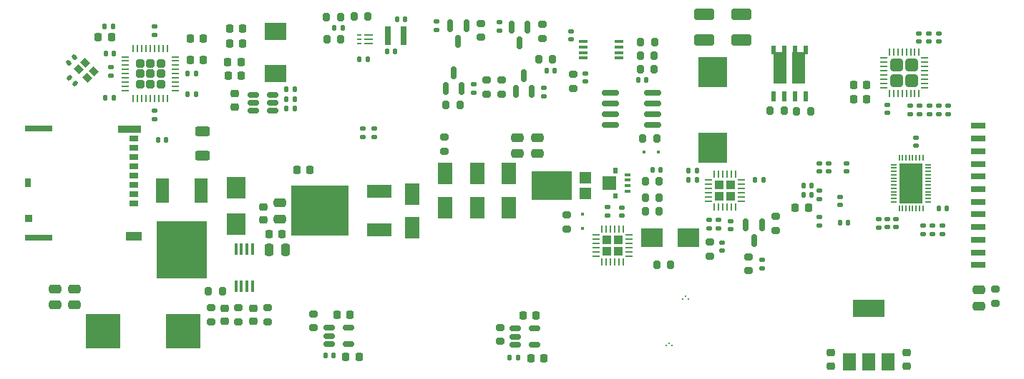
<source format=gbr>
G04 #@! TF.GenerationSoftware,KiCad,Pcbnew,(6.0.7)*
G04 #@! TF.CreationDate,2022-10-31T13:42:49+03:00*
G04 #@! TF.ProjectId,USB_HUB_ADAPTER,5553425f-4855-4425-9f41-444150544552,rev?*
G04 #@! TF.SameCoordinates,Original*
G04 #@! TF.FileFunction,Paste,Bot*
G04 #@! TF.FilePolarity,Positive*
%FSLAX46Y46*%
G04 Gerber Fmt 4.6, Leading zero omitted, Abs format (unit mm)*
G04 Created by KiCad (PCBNEW (6.0.7)) date 2022-10-31 13:42:49*
%MOMM*%
%LPD*%
G01*
G04 APERTURE LIST*
G04 Aperture macros list*
%AMRoundRect*
0 Rectangle with rounded corners*
0 $1 Rounding radius*
0 $2 $3 $4 $5 $6 $7 $8 $9 X,Y pos of 4 corners*
0 Add a 4 corners polygon primitive as box body*
4,1,4,$2,$3,$4,$5,$6,$7,$8,$9,$2,$3,0*
0 Add four circle primitives for the rounded corners*
1,1,$1+$1,$2,$3*
1,1,$1+$1,$4,$5*
1,1,$1+$1,$6,$7*
1,1,$1+$1,$8,$9*
0 Add four rect primitives between the rounded corners*
20,1,$1+$1,$2,$3,$4,$5,0*
20,1,$1+$1,$4,$5,$6,$7,0*
20,1,$1+$1,$6,$7,$8,$9,0*
20,1,$1+$1,$8,$9,$2,$3,0*%
%AMRotRect*
0 Rectangle, with rotation*
0 The origin of the aperture is its center*
0 $1 length*
0 $2 width*
0 $3 Rotation angle, in degrees counterclockwise*
0 Add horizontal line*
21,1,$1,$2,0,0,$3*%
G04 Aperture macros list end*
%ADD10C,0.010000*%
%ADD11RoundRect,0.140000X-0.170000X0.140000X-0.170000X-0.140000X0.170000X-0.140000X0.170000X0.140000X0*%
%ADD12RoundRect,0.225000X0.250000X-0.225000X0.250000X0.225000X-0.250000X0.225000X-0.250000X-0.225000X0*%
%ADD13RoundRect,0.250000X0.625000X-0.312500X0.625000X0.312500X-0.625000X0.312500X-0.625000X-0.312500X0*%
%ADD14RoundRect,0.200000X-0.200000X-0.275000X0.200000X-0.275000X0.200000X0.275000X-0.200000X0.275000X0*%
%ADD15RoundRect,0.200000X-0.275000X0.200000X-0.275000X-0.200000X0.275000X-0.200000X0.275000X0.200000X0*%
%ADD16RoundRect,0.140000X0.140000X0.170000X-0.140000X0.170000X-0.140000X-0.170000X0.140000X-0.170000X0*%
%ADD17RoundRect,0.225000X-0.225000X-0.250000X0.225000X-0.250000X0.225000X0.250000X-0.225000X0.250000X0*%
%ADD18R,1.100000X0.700000*%
%ADD19R,0.780000X1.050000*%
%ADD20R,3.330000X0.700000*%
%ADD21R,2.800000X0.860000*%
%ADD22R,1.830000X1.140000*%
%ADD23R,0.930000X0.900000*%
%ADD24RoundRect,0.200000X0.275000X-0.200000X0.275000X0.200000X-0.275000X0.200000X-0.275000X-0.200000X0*%
%ADD25RoundRect,0.062500X-0.062500X-0.350000X0.062500X-0.350000X0.062500X0.350000X-0.062500X0.350000X0*%
%ADD26RoundRect,0.062500X-0.350000X-0.062500X0.350000X-0.062500X0.350000X0.062500X-0.350000X0.062500X0*%
%ADD27RoundRect,0.250000X-0.295000X-0.295000X0.295000X-0.295000X0.295000X0.295000X-0.295000X0.295000X0*%
%ADD28RoundRect,0.140000X0.170000X-0.140000X0.170000X0.140000X-0.170000X0.140000X-0.170000X-0.140000X0*%
%ADD29RoundRect,0.135000X0.185000X-0.135000X0.185000X0.135000X-0.185000X0.135000X-0.185000X-0.135000X0*%
%ADD30R,4.860000X3.360000*%
%ADD31R,1.400000X1.390000*%
%ADD32RoundRect,0.225000X0.225000X0.250000X-0.225000X0.250000X-0.225000X-0.250000X0.225000X-0.250000X0*%
%ADD33RoundRect,0.150000X0.150000X-0.587500X0.150000X0.587500X-0.150000X0.587500X-0.150000X-0.587500X0*%
%ADD34R,1.800000X2.500000*%
%ADD35R,1.800000X0.800000*%
%ADD36RoundRect,0.250000X-0.475000X0.250000X-0.475000X-0.250000X0.475000X-0.250000X0.475000X0.250000X0*%
%ADD37R,1.600000X3.000000*%
%ADD38R,6.000000X6.900000*%
%ADD39R,2.300000X2.500000*%
%ADD40RoundRect,0.250000X0.475000X-0.250000X0.475000X0.250000X-0.475000X0.250000X-0.475000X-0.250000X0*%
%ADD41RoundRect,0.140000X-0.140000X-0.170000X0.140000X-0.170000X0.140000X0.170000X-0.140000X0.170000X0*%
%ADD42R,0.750000X0.400000*%
%ADD43R,0.600000X0.250000*%
%ADD44R,1.000000X0.200000*%
%ADD45RoundRect,0.150000X-0.512500X-0.150000X0.512500X-0.150000X0.512500X0.150000X-0.512500X0.150000X0*%
%ADD46R,2.500000X2.300000*%
%ADD47RoundRect,0.135000X-0.135000X-0.185000X0.135000X-0.185000X0.135000X0.185000X-0.135000X0.185000X0*%
%ADD48RoundRect,0.200000X0.200000X0.275000X-0.200000X0.275000X-0.200000X-0.275000X0.200000X-0.275000X0*%
%ADD49RoundRect,0.250000X0.295000X0.295000X-0.295000X0.295000X-0.295000X-0.295000X0.295000X-0.295000X0*%
%ADD50RoundRect,0.062500X0.350000X0.062500X-0.350000X0.062500X-0.350000X-0.062500X0.350000X-0.062500X0*%
%ADD51RoundRect,0.062500X0.062500X0.350000X-0.062500X0.350000X-0.062500X-0.350000X0.062500X-0.350000X0*%
%ADD52R,0.200000X0.200000*%
%ADD53RoundRect,0.150000X-0.825000X-0.150000X0.825000X-0.150000X0.825000X0.150000X-0.825000X0.150000X0*%
%ADD54R,0.350000X0.400000*%
%ADD55R,0.800000X2.200000*%
%ADD56RoundRect,0.135000X0.135000X0.185000X-0.135000X0.185000X-0.135000X-0.185000X0.135000X-0.185000X0*%
%ADD57RoundRect,0.140000X0.219203X0.021213X0.021213X0.219203X-0.219203X-0.021213X-0.021213X-0.219203X0*%
%ADD58RoundRect,0.135000X-0.185000X0.135000X-0.185000X-0.135000X0.185000X-0.135000X0.185000X0.135000X0*%
%ADD59R,2.500000X2.000000*%
%ADD60RoundRect,0.150000X-0.150000X0.587500X-0.150000X-0.587500X0.150000X-0.587500X0.150000X0.587500X0*%
%ADD61RoundRect,0.218750X0.218750X0.256250X-0.218750X0.256250X-0.218750X-0.256250X0.218750X-0.256250X0*%
%ADD62RoundRect,0.062500X-0.350000X0.062500X-0.350000X-0.062500X0.350000X-0.062500X0.350000X0.062500X0*%
%ADD63RoundRect,0.062500X-0.062500X0.350000X-0.062500X-0.350000X0.062500X-0.350000X0.062500X0.350000X0*%
%ADD64RoundRect,0.247500X-0.247500X0.247500X-0.247500X-0.247500X0.247500X-0.247500X0.247500X0.247500X0*%
%ADD65RoundRect,0.225000X-0.250000X0.225000X-0.250000X-0.225000X0.250000X-0.225000X0.250000X0.225000X0*%
%ADD66R,0.400000X0.350000*%
%ADD67R,0.450000X1.450000*%
%ADD68R,1.500000X2.000000*%
%ADD69R,3.800000X2.000000*%
%ADD70R,4.100000X4.100000*%
%ADD71RotRect,0.900000X0.800000X315.000000*%
%ADD72RoundRect,0.250000X-0.250000X-0.475000X0.250000X-0.475000X0.250000X0.475000X-0.250000X0.475000X0*%
%ADD73R,3.500000X3.550000*%
%ADD74RoundRect,0.250000X0.925000X-0.412500X0.925000X0.412500X-0.925000X0.412500X-0.925000X-0.412500X0*%
%ADD75R,0.200000X0.800000*%
%ADD76R,0.800000X0.200000*%
%ADD77R,2.800000X4.800000*%
%ADD78RoundRect,0.250000X0.475000X-0.475000X0.475000X0.475000X-0.475000X0.475000X-0.475000X-0.475000X0*%
%ADD79RoundRect,0.062500X0.062500X-0.375000X0.062500X0.375000X-0.062500X0.375000X-0.062500X-0.375000X0*%
%ADD80RoundRect,0.062500X0.375000X-0.062500X0.375000X0.062500X-0.375000X0.062500X-0.375000X-0.062500X0*%
%ADD81R,1.100000X0.400000*%
%ADD82R,0.610000X1.270000*%
%ADD83R,0.610000X1.020000*%
%ADD84R,1.650000X3.810000*%
%ADD85RoundRect,0.140000X-0.021213X0.219203X-0.219203X0.021213X0.021213X-0.219203X0.219203X-0.021213X0*%
%ADD86R,3.000000X1.600000*%
%ADD87R,6.900000X6.000000*%
G04 APERTURE END LIST*
G36*
X166922500Y-96025000D02*
G01*
X165402500Y-96025000D01*
X165402500Y-94475000D01*
X166922500Y-94475000D01*
X166922500Y-96025000D01*
G37*
D10*
X166922500Y-96025000D02*
X165402500Y-96025000D01*
X165402500Y-94475000D01*
X166922500Y-94475000D01*
X166922500Y-96025000D01*
G36*
X167062500Y-97005000D02*
G01*
X166662500Y-97005000D01*
X166662500Y-96480000D01*
X167062500Y-96480000D01*
X167062500Y-97005000D01*
G37*
X167062500Y-97005000D02*
X166662500Y-97005000D01*
X166662500Y-96480000D01*
X167062500Y-96480000D01*
X167062500Y-97005000D01*
G36*
X167062500Y-94020000D02*
G01*
X166662500Y-94020000D01*
X166662500Y-93495000D01*
X167062500Y-93495000D01*
X167062500Y-94020000D01*
G37*
X167062500Y-94020000D02*
X166662500Y-94020000D01*
X166662500Y-93495000D01*
X167062500Y-93495000D01*
X167062500Y-94020000D01*
D11*
X199100000Y-86020000D03*
X199100000Y-86980000D03*
D12*
X192450000Y-116975000D03*
X192450000Y-115425000D03*
D13*
X118050000Y-92037500D03*
X118050000Y-89112500D03*
D14*
X132735000Y-75595000D03*
X134385000Y-75595000D03*
D11*
X184260000Y-104410000D03*
X184260000Y-105370000D03*
D15*
X125775000Y-110075000D03*
X125775000Y-111725000D03*
D11*
X180550000Y-100730000D03*
X180550000Y-99770000D03*
X112400000Y-87680000D03*
X112400000Y-86720000D03*
D16*
X106620000Y-79925000D03*
X107580000Y-79925000D03*
D17*
X125925000Y-101300000D03*
X127475000Y-101300000D03*
D18*
X109925000Y-97680000D03*
X109925000Y-96580000D03*
X109925000Y-95480000D03*
X109925000Y-94380000D03*
X109925000Y-93280000D03*
X109925000Y-92180000D03*
X109925000Y-91080000D03*
X109925000Y-89980000D03*
D19*
X97385000Y-95205000D03*
D20*
X98660000Y-101780000D03*
X98660000Y-88820000D03*
D21*
X109425000Y-88900000D03*
D22*
X109910000Y-101560000D03*
D23*
X97460000Y-99470000D03*
D24*
X161900000Y-84050000D03*
X161900000Y-82400000D03*
D16*
X133600000Y-115770000D03*
X132640000Y-115770000D03*
D25*
X178610000Y-98152500D03*
X179110000Y-98152500D03*
X179610000Y-98152500D03*
X180110000Y-98152500D03*
X180610000Y-98152500D03*
X181110000Y-98152500D03*
D26*
X181822500Y-97440000D03*
X181822500Y-96940000D03*
X181822500Y-96440000D03*
X181822500Y-95940000D03*
X181822500Y-95440000D03*
X181822500Y-94940000D03*
D25*
X181110000Y-94227500D03*
X180610000Y-94227500D03*
X180110000Y-94227500D03*
X179610000Y-94227500D03*
X179110000Y-94227500D03*
X178610000Y-94227500D03*
D26*
X177897500Y-94940000D03*
X177897500Y-95440000D03*
X177897500Y-95940000D03*
X177897500Y-96440000D03*
X177897500Y-96940000D03*
X177897500Y-97440000D03*
D27*
X179185000Y-96865000D03*
X180535000Y-96865000D03*
X180535000Y-95515000D03*
X179185000Y-95515000D03*
D28*
X112400000Y-76720000D03*
X112400000Y-77680000D03*
D29*
X201800000Y-87110000D03*
X201800000Y-86090000D03*
D24*
X146700000Y-91500000D03*
X146700000Y-89850000D03*
D14*
X135985000Y-75545000D03*
X137635000Y-75545000D03*
D11*
X193530000Y-96900000D03*
X193530000Y-97860000D03*
D15*
X158275000Y-76450000D03*
X158275000Y-78100000D03*
D30*
X159355000Y-95550000D03*
D31*
X163337000Y-96470000D03*
X163337000Y-94630000D03*
D24*
X153450000Y-84725000D03*
X153450000Y-83075000D03*
D32*
X122675000Y-82550000D03*
X121125000Y-82550000D03*
D11*
X167675000Y-98215000D03*
X167675000Y-99175000D03*
D33*
X157050000Y-84387500D03*
X155150000Y-84387500D03*
X156100000Y-82512500D03*
D34*
X146750000Y-94175000D03*
X146750000Y-98175000D03*
D17*
X156925000Y-116100000D03*
X158475000Y-116100000D03*
D35*
X209822875Y-103500000D03*
D32*
X122625000Y-80950000D03*
X121075000Y-80950000D03*
D36*
X209925000Y-107950000D03*
X209925000Y-109850000D03*
D37*
X113290000Y-96170000D03*
D38*
X115575000Y-103200000D03*
D37*
X117860000Y-96170000D03*
D39*
X122025000Y-100125000D03*
X122025000Y-95825000D03*
D40*
X155325000Y-91775000D03*
X155325000Y-89875000D03*
D41*
X139880000Y-79695000D03*
X140840000Y-79695000D03*
D42*
X168387500Y-94275000D03*
X168387500Y-94925000D03*
X168387500Y-95575000D03*
X168387500Y-96225000D03*
D40*
X102925000Y-109750000D03*
X102925000Y-107850000D03*
D41*
X205170000Y-98250000D03*
X206130000Y-98250000D03*
D14*
X169900000Y-78525000D03*
X171550000Y-78525000D03*
D28*
X202900000Y-87080000D03*
X202900000Y-86120000D03*
D16*
X159755000Y-81925000D03*
X158795000Y-81925000D03*
D29*
X150200000Y-84610000D03*
X150200000Y-83590000D03*
D43*
X136610000Y-78745000D03*
X136610000Y-78245000D03*
X136610000Y-77745000D03*
D44*
X137710000Y-77745000D03*
X137710000Y-78245000D03*
X137710000Y-78745000D03*
D45*
X124062500Y-86700000D03*
X124062500Y-85750000D03*
X124062500Y-84800000D03*
X126337500Y-84800000D03*
X126337500Y-85750000D03*
X126337500Y-86700000D03*
D34*
X154300000Y-94175000D03*
X154300000Y-98175000D03*
D46*
X175550000Y-101800000D03*
X171250000Y-101800000D03*
D47*
X127990000Y-86450000D03*
X129010000Y-86450000D03*
D48*
X171500000Y-81775000D03*
X169850000Y-81775000D03*
D47*
X183400000Y-94940000D03*
X184420000Y-94940000D03*
D49*
X167275000Y-103350000D03*
X165925000Y-102000000D03*
X165925000Y-103350000D03*
X167275000Y-102000000D03*
D50*
X168562500Y-101425000D03*
X168562500Y-101925000D03*
X168562500Y-102425000D03*
X168562500Y-102925000D03*
X168562500Y-103425000D03*
X168562500Y-103925000D03*
D51*
X167850000Y-104637500D03*
X167350000Y-104637500D03*
X166850000Y-104637500D03*
X166350000Y-104637500D03*
X165850000Y-104637500D03*
X165350000Y-104637500D03*
D50*
X164637500Y-103925000D03*
X164637500Y-103425000D03*
X164637500Y-102925000D03*
X164637500Y-102425000D03*
X164637500Y-101925000D03*
X164637500Y-101425000D03*
D51*
X165350000Y-100712500D03*
X165850000Y-100712500D03*
X166350000Y-100712500D03*
X166850000Y-100712500D03*
X167350000Y-100712500D03*
X167850000Y-100712500D03*
D41*
X112780000Y-90175000D03*
X113740000Y-90175000D03*
D28*
X192180000Y-93900000D03*
X192180000Y-92940000D03*
D52*
X173275000Y-114275000D03*
X173615000Y-114575000D03*
X172935000Y-114575000D03*
D53*
X166350000Y-88380000D03*
X166350000Y-87110000D03*
X166350000Y-85840000D03*
X166350000Y-84570000D03*
X171300000Y-84570000D03*
X171300000Y-85840000D03*
X171300000Y-87110000D03*
X171300000Y-88380000D03*
D14*
X188350000Y-86750000D03*
X190000000Y-86750000D03*
D54*
X163000000Y-100625000D03*
X163000000Y-98925000D03*
D55*
X140000000Y-77800000D03*
X141900000Y-77800000D03*
D14*
X170475000Y-98600000D03*
X172125000Y-98600000D03*
D56*
X116290000Y-84750000D03*
X117310000Y-84750000D03*
D15*
X119100000Y-110075000D03*
X119100000Y-111725000D03*
D33*
X148750000Y-84050000D03*
X146850000Y-84050000D03*
X147800000Y-82175000D03*
D57*
X102360589Y-82760589D03*
X103039411Y-83439411D03*
D28*
X202500000Y-90830000D03*
X202500000Y-89870000D03*
X202800000Y-78480000D03*
X202800000Y-77520000D03*
D45*
X133062500Y-114350000D03*
X133062500Y-113400000D03*
X133062500Y-112450000D03*
X135337500Y-112450000D03*
X135337500Y-114350000D03*
D47*
X127990000Y-84150000D03*
X129010000Y-84150000D03*
D29*
X204400000Y-101310000D03*
X204400000Y-100290000D03*
D15*
X151700000Y-83075000D03*
X151700000Y-84725000D03*
D32*
X122825000Y-76950000D03*
X121275000Y-76950000D03*
D11*
X179110000Y-100620000D03*
X179110000Y-99660000D03*
D14*
X132785000Y-78245000D03*
X134435000Y-78245000D03*
D17*
X118175000Y-80700000D03*
X116625000Y-80700000D03*
D56*
X175590000Y-93800000D03*
X176610000Y-93800000D03*
D58*
X145775000Y-76065000D03*
X145775000Y-77085000D03*
D28*
X205200000Y-78480000D03*
X205200000Y-77520000D03*
D11*
X179500000Y-102320000D03*
X179500000Y-103280000D03*
D29*
X205625000Y-101310000D03*
X205625000Y-100290000D03*
D12*
X120700000Y-111675000D03*
X120700000Y-110125000D03*
D17*
X118175000Y-78100000D03*
X116625000Y-78100000D03*
D35*
X209822875Y-102000000D03*
D24*
X122300000Y-111725000D03*
X122300000Y-110075000D03*
D35*
X209822875Y-97500000D03*
D40*
X157700000Y-91775000D03*
X157700000Y-89875000D03*
D59*
X126700000Y-82250000D03*
X126700000Y-77250000D03*
D32*
X122850000Y-78700000D03*
X121300000Y-78700000D03*
D58*
X107200000Y-82510000D03*
X107200000Y-81490000D03*
D52*
X175200000Y-108725000D03*
X175540000Y-109025000D03*
X174860000Y-109025000D03*
D35*
X209822875Y-99000000D03*
D17*
X195125000Y-83600000D03*
X196675000Y-83600000D03*
D60*
X154625000Y-76787500D03*
X156525000Y-76787500D03*
X155575000Y-78662500D03*
D61*
X189787500Y-98200000D03*
X188212500Y-98200000D03*
D16*
X170605000Y-83075000D03*
X169645000Y-83075000D03*
D17*
X195125000Y-85300000D03*
X196675000Y-85300000D03*
D24*
X185880000Y-100880000D03*
X185880000Y-99230000D03*
D11*
X200150000Y-99545000D03*
X200150000Y-100505000D03*
D28*
X163375000Y-83255000D03*
X163375000Y-82295000D03*
D15*
X151025000Y-76350000D03*
X151025000Y-78000000D03*
D60*
X182360000Y-100240000D03*
X184260000Y-100240000D03*
X183310000Y-102115000D03*
D32*
X105735000Y-78000000D03*
X107285000Y-78000000D03*
D48*
X171800000Y-90025000D03*
X170150000Y-90025000D03*
D32*
X130775000Y-93700000D03*
X129225000Y-93700000D03*
D62*
X108962500Y-80300000D03*
X108962500Y-80800000D03*
X108962500Y-81300000D03*
X108962500Y-81800000D03*
X108962500Y-82300000D03*
X108962500Y-82800000D03*
X108962500Y-83300000D03*
X108962500Y-83800000D03*
X108962500Y-84300000D03*
D63*
X109900000Y-85237500D03*
X110400000Y-85237500D03*
X110900000Y-85237500D03*
X111400000Y-85237500D03*
X111900000Y-85237500D03*
X112400000Y-85237500D03*
X112900000Y-85237500D03*
X113400000Y-85237500D03*
X113900000Y-85237500D03*
D62*
X114837500Y-84300000D03*
X114837500Y-83800000D03*
X114837500Y-83300000D03*
X114837500Y-82800000D03*
X114837500Y-82300000D03*
X114837500Y-81800000D03*
X114837500Y-81300000D03*
X114837500Y-80800000D03*
X114837500Y-80300000D03*
D63*
X113900000Y-79362500D03*
X113400000Y-79362500D03*
X112900000Y-79362500D03*
X112400000Y-79362500D03*
X111900000Y-79362500D03*
X111400000Y-79362500D03*
X110900000Y-79362500D03*
X110400000Y-79362500D03*
X109900000Y-79362500D03*
D64*
X111900000Y-82300000D03*
X113130000Y-83530000D03*
X111900000Y-81070000D03*
X110670000Y-83530000D03*
X110670000Y-81070000D03*
X110670000Y-82300000D03*
X113130000Y-82300000D03*
X113130000Y-81070000D03*
X111900000Y-83530000D03*
D28*
X161650000Y-78255000D03*
X161650000Y-77295000D03*
D32*
X157525000Y-110950000D03*
X155975000Y-110950000D03*
D65*
X121900000Y-84675000D03*
X121900000Y-86225000D03*
D16*
X194450000Y-100020000D03*
X193490000Y-100020000D03*
D56*
X129010000Y-85300000D03*
X127990000Y-85300000D03*
D40*
X100625000Y-109750000D03*
X100625000Y-107850000D03*
D17*
X135045000Y-115920000D03*
X136595000Y-115920000D03*
D34*
X150600000Y-94175000D03*
X150600000Y-98175000D03*
D66*
X170300000Y-91600000D03*
X172000000Y-91600000D03*
D14*
X146875000Y-86000000D03*
X148525000Y-86000000D03*
D67*
X123975000Y-107500000D03*
X123325000Y-107500000D03*
X122675000Y-107500000D03*
X122025000Y-107500000D03*
X122025000Y-103100000D03*
X122675000Y-103100000D03*
X123325000Y-103100000D03*
X123975000Y-103100000D03*
D68*
X199200000Y-116450000D03*
X196900000Y-116450000D03*
D69*
X196900000Y-110150000D03*
D68*
X194600000Y-116450000D03*
D35*
X209822875Y-105000000D03*
D28*
X137000000Y-89780000D03*
X137000000Y-88820000D03*
D11*
X166025000Y-98145000D03*
X166025000Y-99105000D03*
D16*
X190140000Y-96700000D03*
X189180000Y-96700000D03*
D45*
X155062500Y-114450000D03*
X155062500Y-113500000D03*
X155062500Y-112550000D03*
X157337500Y-112550000D03*
X157337500Y-114450000D03*
D15*
X161200000Y-99050000D03*
X161200000Y-100700000D03*
D12*
X125300000Y-99675000D03*
X125300000Y-98125000D03*
D70*
X115787500Y-112887500D03*
X106287500Y-112887500D03*
D48*
X159500000Y-80625000D03*
X157850000Y-80625000D03*
D11*
X191080000Y-99340000D03*
X191080000Y-100300000D03*
D71*
X103416117Y-81793934D03*
X104406066Y-82783883D03*
X105183883Y-82006066D03*
X104193934Y-81016117D03*
D29*
X205200000Y-87110000D03*
X205200000Y-86090000D03*
D40*
X127200000Y-99550000D03*
X127200000Y-97650000D03*
D24*
X131200000Y-112425000D03*
X131200000Y-110775000D03*
D16*
X172280000Y-93700000D03*
X171320000Y-93700000D03*
D28*
X204100000Y-87080000D03*
X204100000Y-86120000D03*
D35*
X209822875Y-96000000D03*
X209822875Y-91500000D03*
D28*
X191080000Y-93880000D03*
X191080000Y-92920000D03*
D65*
X124100000Y-110125000D03*
X124100000Y-111675000D03*
D72*
X125950000Y-103200000D03*
X127850000Y-103200000D03*
D56*
X175590000Y-94900000D03*
X176610000Y-94900000D03*
D73*
X178475000Y-91075000D03*
X178475000Y-82125000D03*
D29*
X158450000Y-84960000D03*
X158450000Y-83940000D03*
D34*
X142900000Y-100600000D03*
X142900000Y-96600000D03*
D74*
X181800000Y-78337500D03*
X181800000Y-75262500D03*
D41*
X136630000Y-80595000D03*
X137590000Y-80595000D03*
D48*
X171500000Y-80175000D03*
X169850000Y-80175000D03*
D15*
X211900000Y-107875000D03*
X211900000Y-109525000D03*
D75*
X200500000Y-92300000D03*
X200900000Y-92300000D03*
X201300000Y-92300000D03*
X201700000Y-92300000D03*
X202100000Y-92300000D03*
X202500000Y-92300000D03*
X202900000Y-92300000D03*
X203300000Y-92300000D03*
D76*
X203900000Y-93100000D03*
X203900000Y-93500000D03*
X203900000Y-93900000D03*
X203900000Y-94300000D03*
X203900000Y-94700000D03*
X203900000Y-95100000D03*
X203900000Y-95500000D03*
X203900000Y-95900000D03*
X203900000Y-96300000D03*
X203900000Y-96700000D03*
X203900000Y-97100000D03*
X203900000Y-97500000D03*
D75*
X203300000Y-98300000D03*
X202900000Y-98300000D03*
X202500000Y-98300000D03*
X202100000Y-98300000D03*
X201700000Y-98300000D03*
X201300000Y-98300000D03*
X200900000Y-98300000D03*
X200500000Y-98300000D03*
D76*
X199900000Y-97500000D03*
X199900000Y-97100000D03*
X199900000Y-96700000D03*
X199900000Y-96300000D03*
X199900000Y-95900000D03*
X199900000Y-95500000D03*
X199900000Y-95100000D03*
X199900000Y-94700000D03*
X199900000Y-94300000D03*
X199900000Y-93900000D03*
X199900000Y-93500000D03*
X199900000Y-93100000D03*
D77*
X201900000Y-95300000D03*
D12*
X201350000Y-116975000D03*
X201350000Y-115425000D03*
D28*
X138400000Y-89780000D03*
X138400000Y-88820000D03*
D78*
X202000000Y-81300000D03*
X200200000Y-81300000D03*
X202000000Y-83100000D03*
X200200000Y-83100000D03*
D79*
X202850000Y-84637500D03*
X202350000Y-84637500D03*
X201850000Y-84637500D03*
X201350000Y-84637500D03*
X200850000Y-84637500D03*
X200350000Y-84637500D03*
X199850000Y-84637500D03*
X199350000Y-84637500D03*
D80*
X198662500Y-83950000D03*
X198662500Y-83450000D03*
X198662500Y-82950000D03*
X198662500Y-82450000D03*
X198662500Y-81950000D03*
X198662500Y-81450000D03*
X198662500Y-80950000D03*
X198662500Y-80450000D03*
D79*
X199350000Y-79762500D03*
X199850000Y-79762500D03*
X200350000Y-79762500D03*
X200850000Y-79762500D03*
X201350000Y-79762500D03*
X201850000Y-79762500D03*
X202350000Y-79762500D03*
X202850000Y-79762500D03*
D80*
X203537500Y-80450000D03*
X203537500Y-80950000D03*
X203537500Y-81450000D03*
X203537500Y-81950000D03*
X203537500Y-82450000D03*
X203537500Y-82950000D03*
X203537500Y-83450000D03*
X203537500Y-83950000D03*
D28*
X178010000Y-99660000D03*
X178010000Y-100620000D03*
D16*
X155380000Y-115950000D03*
X154420000Y-115950000D03*
D81*
X167375000Y-78500000D03*
X167375000Y-79150000D03*
X167375000Y-79800000D03*
X167375000Y-80450000D03*
X163075000Y-80450000D03*
X163075000Y-79800000D03*
X163075000Y-79150000D03*
X163075000Y-78500000D03*
D11*
X191090000Y-96200000D03*
X191090000Y-97160000D03*
D58*
X198050000Y-99540000D03*
X198050000Y-100560000D03*
D35*
X209822875Y-100500000D03*
D41*
X117280000Y-82300000D03*
X116320000Y-82300000D03*
D35*
X209822875Y-88500000D03*
D14*
X118775000Y-108100000D03*
X120425000Y-108100000D03*
D15*
X182660000Y-104015000D03*
X182660000Y-105665000D03*
D56*
X106500000Y-76700000D03*
X107520000Y-76700000D03*
D41*
X133680000Y-76895000D03*
X134640000Y-76895000D03*
D35*
X209822875Y-90000000D03*
X209822875Y-93000000D03*
D48*
X186900000Y-86700000D03*
X185250000Y-86700000D03*
D47*
X107610000Y-85175000D03*
X106590000Y-85175000D03*
D15*
X178100000Y-102275000D03*
X178100000Y-103925000D03*
D48*
X172125000Y-97000000D03*
X170475000Y-97000000D03*
D60*
X147375000Y-76637500D03*
X149275000Y-76637500D03*
X148325000Y-78512500D03*
D11*
X199100000Y-99545000D03*
X199100000Y-100505000D03*
X194310000Y-92920000D03*
X194310000Y-93880000D03*
D74*
X177400000Y-78337500D03*
X177400000Y-75262500D03*
D29*
X203300000Y-101335000D03*
X203300000Y-100315000D03*
D35*
X209822875Y-94500000D03*
D82*
X189405000Y-84970000D03*
X188135000Y-84970000D03*
X186865000Y-84970000D03*
X185595000Y-84970000D03*
D83*
X188135000Y-79505000D03*
X189405000Y-79505000D03*
D84*
X188630000Y-81610000D03*
D83*
X186865000Y-79505000D03*
X185595000Y-79505000D03*
D84*
X186370000Y-81610000D03*
D29*
X206300000Y-87110000D03*
X206300000Y-86090000D03*
D32*
X135545000Y-110870000D03*
X133995000Y-110870000D03*
D28*
X204000000Y-78480000D03*
X204000000Y-77520000D03*
D16*
X190160000Y-95600000D03*
X189200000Y-95600000D03*
D14*
X170475000Y-95100000D03*
X172125000Y-95100000D03*
D15*
X153250000Y-112425000D03*
X153250000Y-114075000D03*
D14*
X171825000Y-104990000D03*
X173475000Y-104990000D03*
D85*
X102260589Y-81019411D03*
X102939411Y-80340589D03*
D16*
X142040000Y-75870000D03*
X141080000Y-75870000D03*
D58*
X153175000Y-76215000D03*
X153175000Y-77235000D03*
D86*
X138980000Y-96215000D03*
D87*
X131950000Y-98500000D03*
D86*
X138980000Y-100785000D03*
M02*

</source>
